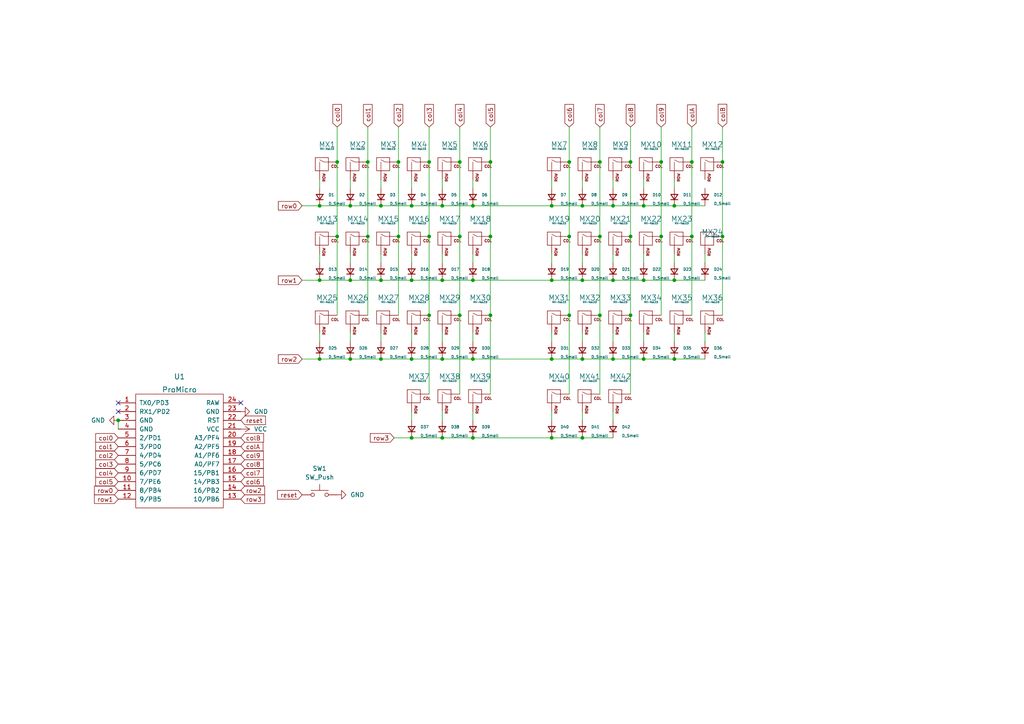
<source format=kicad_sch>
(kicad_sch (version 20211123) (generator eeschema)
  (paper "A4")
  (lib_symbols
    (symbol "Device:D_Small" (pin_numbers hide) (pin_names (offset 0.254) hide)
      (property "Reference" "D" (at -1.27 2.032 0))
      (property "Value" "D_Small" (at -3.81 -2.032 0))
      (symbol "D_Small_0_1"
        (polyline (pts (xy -0.762 -1.016) (xy -0.762 1.016)) (stroke (width 0.254)))
        (polyline (pts (xy -0.762 0) (xy 0.762 0)))
        (polyline (pts (xy 0.762 -1.016) (xy -0.762 0) (xy 0.762 1.016) (xy 0.762 -1.016)) (stroke (width 0.254)))
      )
      (symbol "D_Small_1_1"
        (pin passive line (at -2.54 0 0) (length 1.778) (name "K") (number "1"))
        (pin passive line (at 2.54 0 180) (length 1.778) (name "A") (number "2"))
      )
    )
    (symbol "MX_Alps_Hybrid:MX-NoLED" (pin_names (offset 1.016))
      (property "Reference" "MX" (at -0.635 3.81 0))
      (property "Value" "MX-NoLED" (at -0.635 1.27 0))
      (symbol "MX-NoLED_0_0"
        (rectangle (start -2.54 2.54) (end 1.27 -1.27))
        (polyline (pts (xy -1.27 -1.27) (xy -1.27 1.27)) (stroke (width 0.127)))
        (polyline (pts (xy 1.27 1.27) (xy 0 1.27) (xy -1.27 1.905)) (stroke (width 0.127)))
        (text "COL" (at 3.175 0 0) (effects (font (size 0.762 0.762))))
        (text "ROW" (at 0 -1.905 900) (effects (font (size 0.762 0.762)) (justify right)))
      )
      (symbol "MX-NoLED_1_1"
        (pin passive line (at 3.81 1.27 180) (length 2.54) (name "COL") (number "1"))
        (pin passive line (at -1.27 -3.81 90) (length 2.54) (name "ROW") (number "2"))
      )
    )
    (symbol "Switch:SW_Push" (pin_numbers hide) (pin_names (offset 1.016) hide)
      (property "Reference" "SW" (at 1.27 2.54 0))
      (property "Value" "SW_Push" (at 0 -1.524 0))
      (symbol "SW_Push_0_1"
        (circle (center -2.032 0) (radius 0.508))
        (polyline (pts (xy 0 1.27) (xy 0 3.048)))
        (polyline (pts (xy 2.54 1.27) (xy -2.54 1.27)))
        (circle (center 2.032 0) (radius 0.508))
        (pin passive line (at -5.08 0 0) (length 2.54) (name "1") (number "1"))
        (pin passive line (at 5.08 0 180) (length 2.54) (name "2") (number "2"))
      )
    )
    (symbol "keebio:ProMicro" (pin_names (offset 1.016))
      (property "Reference" "U" (at 0 0 0))
      (property "Value" "ProMicro" (at 0 -19.05 0))
      (symbol "ProMicro_0_1"
        (rectangle (start -12.7 -16.51) (end 12.7 16.51))
      )
      (symbol "ProMicro_1_1"
        (pin input line (at -17.78 13.97 0) (length 5.08) (name "TX0/PD3") (number "1"))
        (pin input line (at -17.78 -8.89 0) (length 5.08) (name "7/PE6") (number "10"))
        (pin input line (at -17.78 -11.43 0) (length 5.08) (name "8/PB4") (number "11"))
        (pin input line (at -17.78 -13.97 0) (length 5.08) (name "9/PB5") (number "12"))
        (pin input line (at 17.78 -13.97 180) (length 5.08) (name "10/PB6") (number "13"))
        (pin input line (at 17.78 -11.43 180) (length 5.08) (name "16/PB2") (number "14"))
        (pin input line (at 17.78 -8.89 180) (length 5.08) (name "14/PB3") (number "15"))
        (pin input line (at 17.78 -6.35 180) (length 5.08) (name "15/PB1") (number "16"))
        (pin input line (at 17.78 -3.81 180) (length 5.08) (name "A0/PF7") (number "17"))
        (pin input line (at 17.78 -1.27 180) (length 5.08) (name "A1/PF6") (number "18"))
        (pin input line (at 17.78 1.27 180) (length 5.08) (name "A2/PF5") (number "19"))
        (pin input line (at -17.78 11.43 0) (length 5.08) (name "RX1/PD2") (number "2"))
        (pin input line (at 17.78 3.81 180) (length 5.08) (name "A3/PF4") (number "20"))
        (pin input line (at 17.78 6.35 180) (length 5.08) (name "VCC") (number "21"))
        (pin input line (at 17.78 8.89 180) (length 5.08) (name "RST") (number "22"))
        (pin input line (at 17.78 11.43 180) (length 5.08) (name "GND") (number "23"))
        (pin input line (at 17.78 13.97 180) (length 5.08) (name "RAW") (number "24"))
        (pin input line (at -17.78 8.89 0) (length 5.08) (name "GND") (number "3"))
        (pin input line (at -17.78 6.35 0) (length 5.08) (name "GND") (number "4"))
        (pin input line (at -17.78 3.81 0) (length 5.08) (name "2/PD1") (number "5"))
        (pin input line (at -17.78 1.27 0) (length 5.08) (name "3/PD0") (number "6"))
        (pin input line (at -17.78 -1.27 0) (length 5.08) (name "4/PD4") (number "7"))
        (pin input line (at -17.78 -3.81 0) (length 5.08) (name "5/PC6") (number "8"))
        (pin input line (at -17.78 -6.35 0) (length 5.08) (name "6/PD7") (number "9"))
      )
    )
    (symbol "power:GND" (power) (pin_names (offset 0))
      (property "Value" "GND" (at 0 -3.81 0))
      (symbol "GND_0_1"
        (polyline (pts (xy 0 0) (xy 0 -1.27) (xy 1.27 -1.27) (xy 0 -2.54) (xy -1.27 -1.27) (xy 0 -1.27)))
      )
      (symbol "GND_1_1"
        (pin power_in line (at 0 0 270) (length 0) hide (name "GND") (number "1"))
      )
    )
    (symbol "power:VCC" (power) (pin_names (offset 0))
      (property "Value" "VCC" (at 0 3.81 0))
      (symbol "VCC_0_1"
        (polyline (pts (xy -0.762 1.27) (xy 0 2.54)))
        (polyline (pts (xy 0 0) (xy 0 2.54)))
        (polyline (pts (xy 0 2.54) (xy 0.762 1.27)))
      )
      (symbol "VCC_1_1"
        (pin power_in line (at 0 0 90) (length 0) hide (name "VCC") (number "1"))
      )
    )
  )
  (junction (at 124.46 91.44))
  (junction (at 137.16 59.69))
  (junction (at 119.38 59.69))
  (junction (at 168.91 127))
  (junction (at 92.71 59.69))
  (junction (at 182.88 91.44))
  (junction (at 195.58 59.69))
  (junction (at 128.27 59.69))
  (junction (at 165.1 91.44))
  (junction (at 97.79 68.58))
  (junction (at 160.02 127))
  (junction (at 186.69 59.69))
  (junction (at 186.69 81.28))
  (junction (at 128.27 81.28))
  (junction (at 186.69 104.14))
  (junction (at 137.16 104.14))
  (junction (at 168.91 81.28))
  (junction (at 142.24 91.44))
  (junction (at 177.8 104.14))
  (junction (at 97.79 46.99))
  (junction (at 128.27 104.14))
  (junction (at 124.46 46.99))
  (junction (at 200.66 68.58))
  (junction (at 173.99 46.99))
  (junction (at 182.88 68.58))
  (junction (at 195.58 81.28))
  (junction (at 119.38 81.28))
  (junction (at 168.91 104.14))
  (junction (at 142.24 68.58))
  (junction (at 133.35 91.44))
  (junction (at 209.55 68.58))
  (junction (at 160.02 81.28))
  (junction (at 142.24 46.99))
  (junction (at 106.68 46.99))
  (junction (at 124.46 68.58))
  (junction (at 191.77 46.99))
  (junction (at 101.6 81.28))
  (junction (at 133.35 68.58))
  (junction (at 110.49 81.28))
  (junction (at 119.38 127))
  (junction (at 115.57 68.58))
  (junction (at 128.27 127))
  (junction (at 209.55 46.99))
  (junction (at 101.6 104.14))
  (junction (at 165.1 68.58))
  (junction (at 191.77 68.58))
  (junction (at 173.99 91.44))
  (junction (at 110.49 59.69))
  (junction (at 165.1 46.99))
  (junction (at 115.57 46.99))
  (junction (at 160.02 59.69))
  (junction (at 34.29 121.92))
  (junction (at 133.35 46.99))
  (junction (at 92.71 81.28))
  (junction (at 195.58 104.14))
  (junction (at 200.66 46.99))
  (junction (at 110.49 104.14))
  (junction (at 160.02 104.14))
  (junction (at 182.88 46.99))
  (junction (at 177.8 59.69))
  (junction (at 137.16 81.28))
  (junction (at 101.6 59.69))
  (junction (at 177.8 81.28))
  (junction (at 168.91 59.69))
  (junction (at 92.71 104.14))
  (junction (at 119.38 104.14))
  (junction (at 106.68 68.58))
  (junction (at 173.99 68.58))
  (junction (at 137.16 127))
  (no_connect (at 69.85 116.84))
  (no_connect (at 34.29 116.84))
  (no_connect (at 34.29 119.38))
  (wire (pts (xy 182.88 36.83) (xy 182.88 46.99)))
  (wire (pts (xy 173.99 91.44) (xy 173.99 114.3)))
  (wire (pts (xy 87.63 81.28) (xy 92.71 81.28)))
  (wire (pts (xy 137.16 127) (xy 160.02 127)))
  (wire (pts (xy 204.47 73.66) (xy 204.47 76.2)))
  (wire (pts (xy 97.79 68.58) (xy 97.79 91.44)))
  (wire (pts (xy 195.58 81.28) (xy 204.47 81.28)))
  (wire (pts (xy 209.55 46.99) (xy 209.55 68.58)))
  (wire (pts (xy 124.46 36.83) (xy 124.46 46.99)))
  (wire (pts (xy 92.71 73.66) (xy 92.71 76.2)))
  (wire (pts (xy 200.66 68.58) (xy 200.66 91.44)))
  (wire (pts (xy 119.38 119.38) (xy 119.38 121.92)))
  (wire (pts (xy 177.8 104.14) (xy 186.69 104.14)))
  (wire (pts (xy 160.02 73.66) (xy 160.02 76.2)))
  (wire (pts (xy 110.49 81.28) (xy 119.38 81.28)))
  (wire (pts (xy 200.66 36.83) (xy 200.66 46.99)))
  (wire (pts (xy 142.24 91.44) (xy 142.24 114.3)))
  (wire (pts (xy 128.27 52.07) (xy 128.27 54.61)))
  (wire (pts (xy 160.02 59.69) (xy 168.91 59.69)))
  (wire (pts (xy 110.49 104.14) (xy 119.38 104.14)))
  (wire (pts (xy 177.8 119.38) (xy 177.8 121.92)))
  (wire (pts (xy 128.27 96.52) (xy 128.27 99.06)))
  (wire (pts (xy 160.02 52.07) (xy 160.02 54.61)))
  (wire (pts (xy 128.27 73.66) (xy 128.27 76.2)))
  (wire (pts (xy 160.02 104.14) (xy 168.91 104.14)))
  (wire (pts (xy 124.46 68.58) (xy 124.46 91.44)))
  (wire (pts (xy 200.66 46.99) (xy 200.66 68.58)))
  (wire (pts (xy 195.58 59.69) (xy 204.47 59.69)))
  (wire (pts (xy 177.8 59.69) (xy 186.69 59.69)))
  (wire (pts (xy 173.99 36.83) (xy 173.99 46.99)))
  (wire (pts (xy 186.69 59.69) (xy 195.58 59.69)))
  (wire (pts (xy 124.46 46.99) (xy 124.46 68.58)))
  (wire (pts (xy 128.27 81.28) (xy 137.16 81.28)))
  (wire (pts (xy 168.91 119.38) (xy 168.91 121.92)))
  (wire (pts (xy 114.3 127) (xy 119.38 127)))
  (wire (pts (xy 106.68 68.58) (xy 106.68 91.44)))
  (wire (pts (xy 173.99 68.58) (xy 173.99 91.44)))
  (wire (pts (xy 186.69 81.28) (xy 195.58 81.28)))
  (wire (pts (xy 124.46 91.44) (xy 124.46 114.3)))
  (wire (pts (xy 87.63 59.69) (xy 92.71 59.69)))
  (wire (pts (xy 128.27 119.38) (xy 128.27 121.92)))
  (wire (pts (xy 137.16 52.07) (xy 137.16 54.61)))
  (wire (pts (xy 133.35 91.44) (xy 133.35 114.3)))
  (wire (pts (xy 182.88 68.58) (xy 182.88 91.44)))
  (wire (pts (xy 186.69 96.52) (xy 186.69 99.06)))
  (wire (pts (xy 87.63 104.14) (xy 92.71 104.14)))
  (wire (pts (xy 165.1 36.83) (xy 165.1 46.99)))
  (wire (pts (xy 186.69 104.14) (xy 195.58 104.14)))
  (wire (pts (xy 142.24 46.99) (xy 142.24 68.58)))
  (wire (pts (xy 92.71 96.52) (xy 92.71 99.06)))
  (wire (pts (xy 101.6 96.52) (xy 101.6 99.06)))
  (wire (pts (xy 137.16 119.38) (xy 137.16 121.92)))
  (wire (pts (xy 34.29 121.92) (xy 34.29 124.46)))
  (wire (pts (xy 137.16 81.28) (xy 160.02 81.28)))
  (wire (pts (xy 191.77 46.99) (xy 191.77 68.58)))
  (wire (pts (xy 128.27 59.69) (xy 137.16 59.69)))
  (wire (pts (xy 101.6 73.66) (xy 101.6 76.2)))
  (wire (pts (xy 92.71 59.69) (xy 101.6 59.69)))
  (wire (pts (xy 177.8 73.66) (xy 177.8 76.2)))
  (wire (pts (xy 137.16 73.66) (xy 137.16 76.2)))
  (wire (pts (xy 160.02 119.38) (xy 160.02 121.92)))
  (wire (pts (xy 97.79 46.99) (xy 97.79 68.58)))
  (wire (pts (xy 195.58 73.66) (xy 195.58 76.2)))
  (wire (pts (xy 119.38 52.07) (xy 119.38 54.61)))
  (wire (pts (xy 191.77 68.58) (xy 191.77 91.44)))
  (wire (pts (xy 168.91 59.69) (xy 177.8 59.69)))
  (wire (pts (xy 128.27 104.14) (xy 137.16 104.14)))
  (wire (pts (xy 133.35 68.58) (xy 133.35 91.44)))
  (wire (pts (xy 133.35 36.83) (xy 133.35 46.99)))
  (wire (pts (xy 209.55 36.83) (xy 209.55 46.99)))
  (wire (pts (xy 165.1 91.44) (xy 165.1 114.3)))
  (wire (pts (xy 110.49 96.52) (xy 110.49 99.06)))
  (wire (pts (xy 137.16 104.14) (xy 160.02 104.14)))
  (wire (pts (xy 204.47 96.52) (xy 204.47 99.06)))
  (wire (pts (xy 115.57 36.83) (xy 115.57 46.99)))
  (wire (pts (xy 110.49 52.07) (xy 110.49 54.61)))
  (wire (pts (xy 137.16 59.69) (xy 160.02 59.69)))
  (wire (pts (xy 195.58 52.07) (xy 195.58 54.61)))
  (wire (pts (xy 92.71 104.14) (xy 101.6 104.14)))
  (wire (pts (xy 119.38 59.69) (xy 128.27 59.69)))
  (wire (pts (xy 186.69 73.66) (xy 186.69 76.2)))
  (wire (pts (xy 101.6 52.07) (xy 101.6 54.61)))
  (wire (pts (xy 168.91 127) (xy 177.8 127)))
  (wire (pts (xy 110.49 59.69) (xy 119.38 59.69)))
  (wire (pts (xy 165.1 46.99) (xy 165.1 68.58)))
  (wire (pts (xy 128.27 127) (xy 137.16 127)))
  (wire (pts (xy 168.91 104.14) (xy 177.8 104.14)))
  (wire (pts (xy 160.02 81.28) (xy 168.91 81.28)))
  (wire (pts (xy 133.35 46.99) (xy 133.35 68.58)))
  (wire (pts (xy 168.91 52.07) (xy 168.91 54.61)))
  (wire (pts (xy 182.88 91.44) (xy 182.88 114.3)))
  (wire (pts (xy 110.49 73.66) (xy 110.49 76.2)))
  (wire (pts (xy 119.38 127) (xy 128.27 127)))
  (wire (pts (xy 119.38 104.14) (xy 128.27 104.14)))
  (wire (pts (xy 115.57 46.99) (xy 115.57 68.58)))
  (wire (pts (xy 92.71 81.28) (xy 101.6 81.28)))
  (wire (pts (xy 182.88 46.99) (xy 182.88 68.58)))
  (wire (pts (xy 168.91 73.66) (xy 168.91 76.2)))
  (wire (pts (xy 177.8 96.52) (xy 177.8 99.06)))
  (wire (pts (xy 173.99 46.99) (xy 173.99 68.58)))
  (wire (pts (xy 177.8 81.28) (xy 186.69 81.28)))
  (wire (pts (xy 101.6 81.28) (xy 110.49 81.28)))
  (wire (pts (xy 115.57 68.58) (xy 115.57 91.44)))
  (wire (pts (xy 160.02 127) (xy 168.91 127)))
  (wire (pts (xy 106.68 36.83) (xy 106.68 46.99)))
  (wire (pts (xy 195.58 104.14) (xy 204.47 104.14)))
  (wire (pts (xy 160.02 96.52) (xy 160.02 99.06)))
  (wire (pts (xy 165.1 68.58) (xy 165.1 91.44)))
  (wire (pts (xy 191.77 36.83) (xy 191.77 46.99)))
  (wire (pts (xy 168.91 96.52) (xy 168.91 99.06)))
  (wire (pts (xy 106.68 46.99) (xy 106.68 68.58)))
  (wire (pts (xy 142.24 68.58) (xy 142.24 91.44)))
  (wire (pts (xy 92.71 52.07) (xy 92.71 54.61)))
  (wire (pts (xy 142.24 36.83) (xy 142.24 46.99)))
  (wire (pts (xy 119.38 73.66) (xy 119.38 76.2)))
  (wire (pts (xy 101.6 59.69) (xy 110.49 59.69)))
  (wire (pts (xy 137.16 96.52) (xy 137.16 99.06)))
  (wire (pts (xy 101.6 104.14) (xy 110.49 104.14)))
  (wire (pts (xy 168.91 81.28) (xy 177.8 81.28)))
  (wire (pts (xy 119.38 96.52) (xy 119.38 99.06)))
  (wire (pts (xy 195.58 96.52) (xy 195.58 99.06)))
  (wire (pts (xy 209.55 68.58) (xy 209.55 91.44)))
  (wire (pts (xy 186.69 52.07) (xy 186.69 54.61)))
  (wire (pts (xy 119.38 81.28) (xy 128.27 81.28)))
  (wire (pts (xy 177.8 52.07) (xy 177.8 54.61)))
  (wire (pts (xy 97.79 36.83) (xy 97.79 46.99)))
  (global_label "col9" (shape input) (at 191.77 36.83 90) (property "Intersheet References" "${INTERSHEET_REFS}" (effects hide)))
  (global_label "col8" (shape input) (at 69.85 134.62 0) (property "Intersheet References" "${INTERSHEET_REFS}" (effects hide)))
  (global_label "reset" (shape input) (at 87.63 143.51 180) (property "Intersheet References" "${INTERSHEET_REFS}" (effects hide)))
  (global_label "row2" (shape input) (at 87.63 104.14 180) (property "Intersheet References" "${INTERSHEET_REFS}" (effects hide)))
  (global_label "col7" (shape input) (at 69.85 137.16 0) (property "Intersheet References" "${INTERSHEET_REFS}" (effects hide)))
  (global_label "colB" (shape input) (at 69.85 127 0) (property "Intersheet References" "${INTERSHEET_REFS}" (effects hide)))
  (global_label "colA" (shape input) (at 69.85 129.54 0) (property "Intersheet References" "${INTERSHEET_REFS}" (effects hide)))
  (global_label "col4" (shape input) (at 34.29 137.16 180) (property "Intersheet References" "${INTERSHEET_REFS}" (effects hide)))
  (global_label "col1" (shape input) (at 106.68 36.83 90) (property "Intersheet References" "${INTERSHEET_REFS}" (effects hide)))
  (global_label "row2" (shape input) (at 69.85 142.24 0) (property "Intersheet References" "${INTERSHEET_REFS}" (effects hide)))
  (global_label "col2" (shape input) (at 115.57 36.83 90) (property "Intersheet References" "${INTERSHEET_REFS}" (effects hide)))
  (global_label "col0" (shape input) (at 97.79 36.83 90) (property "Intersheet References" "${INTERSHEET_REFS}" (effects hide)))
  (global_label "col3" (shape input) (at 34.29 134.62 180) (property "Intersheet References" "${INTERSHEET_REFS}" (effects hide)))
  (global_label "col5" (shape input) (at 142.24 36.83 90) (property "Intersheet References" "${INTERSHEET_REFS}" (effects hide)))
  (global_label "row0" (shape input) (at 34.29 142.24 180) (property "Intersheet References" "${INTERSHEET_REFS}" (effects hide)))
  (global_label "row0" (shape input) (at 87.63 59.69 180) (property "Intersheet References" "${INTERSHEET_REFS}" (effects hide)))
  (global_label "col2" (shape input) (at 34.29 132.08 180) (property "Intersheet References" "${INTERSHEET_REFS}" (effects hide)))
  (global_label "col5" (shape input) (at 34.29 139.7 180) (property "Intersheet References" "${INTERSHEET_REFS}" (effects hide)))
  (global_label "col8" (shape input) (at 182.88 36.83 90) (property "Intersheet References" "${INTERSHEET_REFS}" (effects hide)))
  (global_label "colB" (shape input) (at 209.55 36.83 90) (property "Intersheet References" "${INTERSHEET_REFS}" (effects hide)))
  (global_label "colA" (shape input) (at 200.66 36.83 90) (property "Intersheet References" "${INTERSHEET_REFS}" (effects hide)))
  (global_label "row1" (shape input) (at 87.63 81.28 180) (property "Intersheet References" "${INTERSHEET_REFS}" (effects hide)))
  (global_label "row1" (shape input) (at 34.29 144.78 180) (property "Intersheet References" "${INTERSHEET_REFS}" (effects hide)))
  (global_label "col0" (shape input) (at 34.29 127 180) (property "Intersheet References" "${INTERSHEET_REFS}" (effects hide)))
  (global_label "col6" (shape input) (at 165.1 36.83 90) (property "Intersheet References" "${INTERSHEET_REFS}" (effects hide)))
  (global_label "col3" (shape input) (at 124.46 36.83 90) (property "Intersheet References" "${INTERSHEET_REFS}" (effects hide)))
  (global_label "row3" (shape input) (at 69.85 144.78 0) (property "Intersheet References" "${INTERSHEET_REFS}" (effects hide)))
  (global_label "row3" (shape input) (at 114.3 127 180) (property "Intersheet References" "${INTERSHEET_REFS}" (effects hide)))
  (global_label "col4" (shape input) (at 133.35 36.83 90) (property "Intersheet References" "${INTERSHEET_REFS}" (effects hide)))
  (global_label "reset" (shape input) (at 69.85 121.92 0) (property "Intersheet References" "${INTERSHEET_REFS}" (effects hide)))
  (global_label "col9" (shape input) (at 69.85 132.08 0) (property "Intersheet References" "${INTERSHEET_REFS}" (effects hide)))
  (global_label "col7" (shape input) (at 173.99 36.83 90) (property "Intersheet References" "${INTERSHEET_REFS}" (effects hide)))
  (global_label "col6" (shape input) (at 69.85 139.7 0) (property "Intersheet References" "${INTERSHEET_REFS}" (effects hide)))
  (global_label "col1" (shape input) (at 34.29 129.54 180) (property "Intersheet References" "${INTERSHEET_REFS}" (effects hide)))
  (symbol (lib_id "MX_Alps_Hybrid:MX-NoLED") (at 120.65 48.26 0) (unit 1)
    (property "Reference" "MX4" (at 121.5356 41.91 0) (effects (font (size 1.524 1.524))))
    (property "Value" "MX-NoLED" (at 121.5356 43.18 0) (effects (font (size 0.508 0.508))))
  )
  (symbol (lib_id "Device:D_Small") (at 128.27 57.15 90) (unit 1)
    (property "Reference" "D5" (at 130.81 56.515 90) (effects (font (size 0.8 0.8)) (justify right)))
    (property "Value" "D_Small" (at 130.81 59.055 90) (effects (font (size 0.8 0.8)) (justify right)))
  )
  (symbol (lib_id "MX_Alps_Hybrid:MX-NoLED") (at 129.54 69.85 0) (unit 1)
    (property "Reference" "MX17" (at 130.4256 63.5 0) (effects (font (size 1.524 1.524))))
    (property "Value" "MX-NoLED" (at 130.4256 64.77 0) (effects (font (size 0.508 0.508))))
  )
  (symbol (lib_id "MX_Alps_Hybrid:MX-NoLED") (at 129.54 48.26 0) (unit 1)
    (property "Reference" "MX5" (at 130.4256 41.91 0) (effects (font (size 1.524 1.524))))
    (property "Value" "MX-NoLED" (at 130.4256 43.18 0) (effects (font (size 0.508 0.508))))
  )
  (symbol (lib_id "MX_Alps_Hybrid:MX-NoLED") (at 138.43 48.26 0) (unit 1)
    (property "Reference" "MX6" (at 139.3156 41.91 0) (effects (font (size 1.524 1.524))))
    (property "Value" "MX-NoLED" (at 139.3156 43.18 0) (effects (font (size 0.508 0.508))))
  )
  (symbol (lib_id "power:GND") (at 34.29 121.92 270) (unit 1)
    (property "Reference" "#PWR0101" (effects hide))
    (property "Value" "GND" (at 30.48 121.9199 90) (effects (justify right)))
  )
  (symbol (lib_id "MX_Alps_Hybrid:MX-NoLED") (at 102.87 69.85 0) (unit 1)
    (property "Reference" "MX14" (at 103.7556 63.5 0) (effects (font (size 1.524 1.524))))
    (property "Value" "MX-NoLED" (at 103.7556 64.77 0) (effects (font (size 0.508 0.508))))
  )
  (symbol (lib_id "Device:D_Small") (at 160.02 78.74 90) (unit 1)
    (property "Reference" "D19" (at 162.56 78.105 90) (effects (font (size 0.8 0.8)) (justify right)))
    (property "Value" "D_Small" (at 162.56 80.645 90) (effects (font (size 0.8 0.8)) (justify right)))
  )
  (symbol (lib_id "MX_Alps_Hybrid:MX-NoLED") (at 170.18 48.26 0) (unit 1)
    (property "Reference" "MX8" (at 171.0656 41.91 0) (effects (font (size 1.524 1.524))))
    (property "Value" "MX-NoLED" (at 171.0656 43.18 0) (effects (font (size 0.508 0.508))))
  )
  (symbol (lib_id "keebio:ProMicro") (at 52.07 130.81 0) (unit 1)
    (property "Reference" "U1" (at 52.07 109.22 0) (effects (font (size 1.524 1.524))))
    (property "Value" "ProMicro" (at 52.07 113.03 0) (effects (font (size 1.524 1.524))))
  )
  (symbol (lib_id "Device:D_Small") (at 128.27 124.46 90) (unit 1)
    (property "Reference" "D38" (at 130.81 123.825 90) (effects (font (size 0.8 0.8)) (justify right)))
    (property "Value" "D_Small" (at 130.81 126.365 90) (effects (font (size 0.8 0.8)) (justify right)))
  )
  (symbol (lib_id "Device:D_Small") (at 119.38 124.46 90) (unit 1)
    (property "Reference" "D37" (at 121.92 123.825 90) (effects (font (size 0.8 0.8)) (justify right)))
    (property "Value" "D_Small" (at 121.92 126.365 90) (effects (font (size 0.8 0.8)) (justify right)))
  )
  (symbol (lib_id "MX_Alps_Hybrid:MX-NoLED") (at 196.85 48.26 0) (unit 1)
    (property "Reference" "MX11" (at 197.7356 41.91 0) (effects (font (size 1.524 1.524))))
    (property "Value" "MX-NoLED" (at 197.7356 43.18 0) (effects (font (size 0.508 0.508))))
  )
  (symbol (lib_id "MX_Alps_Hybrid:MX-NoLED") (at 93.98 92.71 0) (unit 1)
    (property "Reference" "MX25" (at 94.8656 86.36 0) (effects (font (size 1.524 1.524))))
    (property "Value" "MX-NoLED" (at 94.8656 87.63 0) (effects (font (size 0.508 0.508))))
  )
  (symbol (lib_id "Device:D_Small") (at 137.16 101.6 90) (unit 1)
    (property "Reference" "D30" (at 139.7 100.965 90) (effects (font (size 0.8 0.8)) (justify right)))
    (property "Value" "D_Small" (at 139.7 103.505 90) (effects (font (size 0.8 0.8)) (justify right)))
  )
  (symbol (lib_id "Device:D_Small") (at 101.6 78.74 90) (unit 1)
    (property "Reference" "D14" (at 104.14 78.105 90) (effects (font (size 0.8 0.8)) (justify right)))
    (property "Value" "D_Small" (at 104.14 80.645 90) (effects (font (size 0.8 0.8)) (justify right)))
  )
  (symbol (lib_id "MX_Alps_Hybrid:MX-NoLED") (at 120.65 69.85 0) (unit 1)
    (property "Reference" "MX16" (at 121.5356 63.5 0) (effects (font (size 1.524 1.524))))
    (property "Value" "MX-NoLED" (at 121.5356 64.77 0) (effects (font (size 0.508 0.508))))
  )
  (symbol (lib_id "Device:D_Small") (at 92.71 78.74 90) (unit 1)
    (property "Reference" "D13" (at 95.25 78.105 90) (effects (font (size 0.8 0.8)) (justify right)))
    (property "Value" "D_Small" (at 95.25 80.645 90) (effects (font (size 0.8 0.8)) (justify right)))
  )
  (symbol (lib_id "MX_Alps_Hybrid:MX-NoLED") (at 129.54 92.71 0) (unit 1)
    (property "Reference" "MX29" (at 130.4256 86.36 0) (effects (font (size 1.524 1.524))))
    (property "Value" "MX-NoLED" (at 130.4256 87.63 0) (effects (font (size 0.508 0.508))))
  )
  (symbol (lib_id "Device:D_Small") (at 110.49 78.74 90) (unit 1)
    (property "Reference" "D15" (at 113.03 78.105 90) (effects (font (size 0.8 0.8)) (justify right)))
    (property "Value" "D_Small" (at 113.03 80.645 90) (effects (font (size 0.8 0.8)) (justify right)))
  )
  (symbol (lib_id "MX_Alps_Hybrid:MX-NoLED") (at 129.54 115.57 0) (unit 1)
    (property "Reference" "MX38" (at 130.4256 109.22 0) (effects (font (size 1.524 1.524))))
    (property "Value" "MX-NoLED" (at 130.4256 110.49 0) (effects (font (size 0.508 0.508))))
  )
  (symbol (lib_id "Device:D_Small") (at 204.47 101.6 90) (unit 1)
    (property "Reference" "D36" (at 207.01 100.965 90) (effects (font (size 0.8 0.8)) (justify right)))
    (property "Value" "D_Small" (at 207.01 103.505 90) (effects (font (size 0.8 0.8)) (justify right)))
  )
  (symbol (lib_id "Device:D_Small") (at 137.16 78.74 90) (unit 1)
    (property "Reference" "D18" (at 139.7 78.105 90) (effects (font (size 0.8 0.8)) (justify right)))
    (property "Value" "D_Small" (at 139.7 80.645 90) (effects (font (size 0.8 0.8)) (justify right)))
  )
  (symbol (lib_id "MX_Alps_Hybrid:MX-NoLED") (at 161.29 115.57 0) (unit 1)
    (property "Reference" "MX40" (at 162.1756 109.22 0) (effects (font (size 1.524 1.524))))
    (property "Value" "MX-NoLED" (at 162.1756 110.49 0) (effects (font (size 0.508 0.508))))
  )
  (symbol (lib_id "power:GND") (at 69.85 119.38 90) (unit 1)
    (property "Reference" "#PWR0102" (effects hide))
    (property "Value" "GND" (at 73.66 119.3799 90) (effects (justify right)))
  )
  (symbol (lib_id "Device:D_Small") (at 160.02 101.6 90) (unit 1)
    (property "Reference" "D31" (at 162.56 100.965 90) (effects (font (size 0.8 0.8)) (justify right)))
    (property "Value" "D_Small" (at 162.56 103.505 90) (effects (font (size 0.8 0.8)) (justify right)))
  )
  (symbol (lib_id "Device:D_Small") (at 110.49 57.15 90) (unit 1)
    (property "Reference" "D3" (at 113.03 56.515 90) (effects (font (size 0.8 0.8)) (justify right)))
    (property "Value" "D_Small" (at 113.03 59.055 90) (effects (font (size 0.8 0.8)) (justify right)))
  )
  (symbol (lib_id "Device:D_Small") (at 137.16 124.46 90) (unit 1)
    (property "Reference" "D39" (at 139.7 123.825 90) (effects (font (size 0.8 0.8)) (justify right)))
    (property "Value" "D_Small" (at 139.7 126.365 90) (effects (font (size 0.8 0.8)) (justify right)))
  )
  (symbol (lib_id "MX_Alps_Hybrid:MX-NoLED") (at 111.76 48.26 0) (unit 1)
    (property "Reference" "MX3" (at 112.6456 41.91 0) (effects (font (size 1.524 1.524))))
    (property "Value" "MX-NoLED" (at 112.6456 43.18 0) (effects (font (size 0.508 0.508))))
  )
  (symbol (lib_id "MX_Alps_Hybrid:MX-NoLED") (at 161.29 48.26 0) (unit 1)
    (property "Reference" "MX7" (at 162.1756 41.91 0) (effects (font (size 1.524 1.524))))
    (property "Value" "MX-NoLED" (at 162.1756 43.18 0) (effects (font (size 0.508 0.508))))
  )
  (symbol (lib_id "Device:D_Small") (at 101.6 101.6 90) (unit 1)
    (property "Reference" "D26" (at 104.14 100.965 90) (effects (font (size 0.8 0.8)) (justify right)))
    (property "Value" "D_Small" (at 104.14 103.505 90) (effects (font (size 0.8 0.8)) (justify right)))
  )
  (symbol (lib_id "Device:D_Small") (at 128.27 101.6 90) (unit 1)
    (property "Reference" "D29" (at 130.81 100.965 90) (effects (font (size 0.8 0.8)) (justify right)))
    (property "Value" "D_Small" (at 130.81 103.505 90) (effects (font (size 0.8 0.8)) (justify right)))
  )
  (symbol (lib_id "Switch:SW_Push") (at 92.71 143.51 0) (unit 1)
    (property "Reference" "SW1" (at 92.71 135.89 0))
    (property "Value" "SW_Push" (at 92.71 138.43 0))
  )
  (symbol (lib_id "Device:D_Small") (at 177.8 101.6 90) (unit 1)
    (property "Reference" "D33" (at 180.34 100.965 90) (effects (font (size 0.8 0.8)) (justify right)))
    (property "Value" "D_Small" (at 180.34 103.505 90) (effects (font (size 0.8 0.8)) (justify right)))
  )
  (symbol (lib_id "Device:D_Small") (at 195.58 57.15 90) (unit 1)
    (property "Reference" "D11" (at 198.12 56.515 90) (effects (font (size 0.8 0.8)) (justify right)))
    (property "Value" "D_Small" (at 198.12 59.055 90) (effects (font (size 0.8 0.8)) (justify right)))
  )
  (symbol (lib_id "MX_Alps_Hybrid:MX-NoLED") (at 187.96 92.71 0) (unit 1)
    (property "Reference" "MX34" (at 188.8456 86.36 0) (effects (font (size 1.524 1.524))))
    (property "Value" "MX-NoLED" (at 188.8456 87.63 0) (effects (font (size 0.508 0.508))))
  )
  (symbol (lib_id "MX_Alps_Hybrid:MX-NoLED") (at 179.07 69.85 0) (unit 1)
    (property "Reference" "MX21" (at 179.9556 63.5 0) (effects (font (size 1.524 1.524))))
    (property "Value" "MX-NoLED" (at 179.9556 64.77 0) (effects (font (size 0.508 0.508))))
  )
  (symbol (lib_id "Device:D_Small") (at 177.8 78.74 90) (unit 1)
    (property "Reference" "D21" (at 180.34 78.105 90) (effects (font (size 0.8 0.8)) (justify right)))
    (property "Value" "D_Small" (at 180.34 80.645 90) (effects (font (size 0.8 0.8)) (justify right)))
  )
  (symbol (lib_id "Device:D_Small") (at 177.8 57.15 90) (unit 1)
    (property "Reference" "D9" (at 180.34 56.515 90) (effects (font (size 0.8 0.8)) (justify right)))
    (property "Value" "D_Small" (at 180.34 59.055 90) (effects (font (size 0.8 0.8)) (justify right)))
  )
  (symbol (lib_id "Device:D_Small") (at 168.91 57.15 90) (unit 1)
    (property "Reference" "D8" (at 171.45 56.515 90) (effects (font (size 0.8 0.8)) (justify right)))
    (property "Value" "D_Small" (at 171.45 59.055 90) (effects (font (size 0.8 0.8)) (justify right)))
  )
  (symbol (lib_id "MX_Alps_Hybrid:MX-NoLED") (at 93.98 48.26 0) (unit 1)
    (property "Reference" "MX1" (at 94.8656 41.91 0) (effects (font (size 1.524 1.524))))
    (property "Value" "MX-NoLED" (at 94.8656 43.18 0) (effects (font (size 0.508 0.508))))
  )
  (symbol (lib_id "MX_Alps_Hybrid:MX-NoLED") (at 138.43 115.57 0) (unit 1)
    (property "Reference" "MX39" (at 139.3156 109.22 0) (effects (font (size 1.524 1.524))))
    (property "Value" "MX-NoLED" (at 139.3156 110.49 0) (effects (font (size 0.508 0.508))))
  )
  (symbol (lib_id "power:VCC") (at 69.85 124.46 270) (unit 1)
    (property "Reference" "#PWR0103" (effects hide))
    (property "Value" "VCC" (at 73.66 124.4599 90) (effects (justify left)))
  )
  (symbol (lib_id "MX_Alps_Hybrid:MX-NoLED") (at 205.74 92.71 0) (unit 1)
    (property "Reference" "MX36" (at 206.6256 86.36 0) (effects (font (size 1.524 1.524))))
    (property "Value" "MX-NoLED" (at 206.6256 87.63 0) (effects (font (size 0.508 0.508))))
  )
  (symbol (lib_id "Device:D_Small") (at 110.49 101.6 90) (unit 1)
    (property "Reference" "D27" (at 113.03 100.965 90) (effects (font (size 0.8 0.8)) (justify right)))
    (property "Value" "D_Small" (at 113.03 103.505 90) (effects (font (size 0.8 0.8)) (justify right)))
  )
  (symbol (lib_id "MX_Alps_Hybrid:MX-NoLED") (at 120.65 92.71 0) (unit 1)
    (property "Reference" "MX28" (at 121.5356 86.36 0) (effects (font (size 1.524 1.524))))
    (property "Value" "MX-NoLED" (at 121.5356 87.63 0) (effects (font (size 0.508 0.508))))
  )
  (symbol (lib_id "MX_Alps_Hybrid:MX-NoLED") (at 161.29 92.71 0) (unit 1)
    (property "Reference" "MX31" (at 162.1756 86.36 0) (effects (font (size 1.524 1.524))))
    (property "Value" "MX-NoLED" (at 162.1756 87.63 0) (effects (font (size 0.508 0.508))))
  )
  (symbol (lib_id "Device:D_Small") (at 119.38 78.74 90) (unit 1)
    (property "Reference" "D16" (at 121.92 78.105 90) (effects (font (size 0.8 0.8)) (justify right)))
    (property "Value" "D_Small" (at 121.92 80.645 90) (effects (font (size 0.8 0.8)) (justify right)))
  )
  (symbol (lib_id "power:GND") (at 97.79 143.51 90) (unit 1)
    (property "Reference" "#PWR0104" (effects hide))
    (property "Value" "GND" (at 101.6 143.5099 90) (effects (justify right)))
  )
  (symbol (lib_id "MX_Alps_Hybrid:MX-NoLED") (at 138.43 69.85 0) (unit 1)
    (property "Reference" "MX18" (at 139.3156 63.5 0) (effects (font (size 1.524 1.524))))
    (property "Value" "MX-NoLED" (at 139.3156 64.77 0) (effects (font (size 0.508 0.508))))
  )
  (symbol (lib_id "MX_Alps_Hybrid:MX-NoLED") (at 179.07 48.26 0) (unit 1)
    (property "Reference" "MX9" (at 179.9556 41.91 0) (effects (font (size 1.524 1.524))))
    (property "Value" "MX-NoLED" (at 179.9556 43.18 0) (effects (font (size 0.508 0.508))))
  )
  (symbol (lib_id "Device:D_Small") (at 160.02 57.15 90) (unit 1)
    (property "Reference" "D7" (at 162.56 56.515 90) (effects (font (size 0.8 0.8)) (justify right)))
    (property "Value" "D_Small" (at 162.56 59.055 90) (effects (font (size 0.8 0.8)) (justify right)))
  )
  (symbol (lib_id "Device:D_Small") (at 119.38 57.15 90) (unit 1)
    (property "Reference" "D4" (at 121.92 56.515 90) (effects (font (size 0.8 0.8)) (justify right)))
    (property "Value" "D_Small" (at 121.92 59.055 90) (effects (font (size 0.8 0.8)) (justify right)))
  )
  (symbol (lib_id "MX_Alps_Hybrid:MX-NoLED") (at 111.76 92.71 0) (unit 1)
    (property "Reference" "MX27" (at 112.6456 86.36 0) (effects (font (size 1.524 1.524))))
    (property "Value" "MX-NoLED" (at 112.6456 87.63 0) (effects (font (size 0.508 0.508))))
  )
  (symbol (lib_id "Device:D_Small") (at 186.69 101.6 90) (unit 1)
    (property "Reference" "D34" (at 189.23 100.965 90) (effects (font (size 0.8 0.8)) (justify right)))
    (property "Value" "D_Small" (at 189.23 103.505 90) (effects (font (size 0.8 0.8)) (justify right)))
  )
  (symbol (lib_id "MX_Alps_Hybrid:MX-NoLED") (at 170.18 92.71 0) (unit 1)
    (property "Reference" "MX32" (at 171.0656 86.36 0) (effects (font (size 1.524 1.524))))
    (property "Value" "MX-NoLED" (at 171.0656 87.63 0) (effects (font (size 0.508 0.508))))
  )
  (symbol (lib_id "Device:D_Small") (at 101.6 57.15 90) (unit 1)
    (property "Reference" "D2" (at 104.14 56.515 90) (effects (font (size 0.8 0.8)) (justify right)))
    (property "Value" "D_Small" (at 104.14 59.055 90) (effects (font (size 0.8 0.8)) (justify right)))
  )
  (symbol (lib_id "MX_Alps_Hybrid:MX-NoLED") (at 170.18 115.57 0) (unit 1)
    (property "Reference" "MX41" (at 171.0656 109.22 0) (effects (font (size 1.524 1.524))))
    (property "Value" "MX-NoLED" (at 171.0656 110.49 0) (effects (font (size 0.508 0.508))))
  )
  (symbol (lib_id "MX_Alps_Hybrid:MX-NoLED") (at 120.65 115.57 0) (unit 1)
    (property "Reference" "MX37" (at 121.5356 109.22 0) (effects (font (size 1.524 1.524))))
    (property "Value" "MX-NoLED" (at 121.5356 110.49 0) (effects (font (size 0.508 0.508))))
  )
  (symbol (lib_id "MX_Alps_Hybrid:MX-NoLED") (at 205.74 48.26 0) (unit 1)
    (property "Reference" "MX12" (at 206.6256 41.91 0) (effects (font (size 1.524 1.524))))
    (property "Value" "MX-NoLED" (at 206.6256 43.18 0) (effects (font (size 0.508 0.508))))
  )
  (symbol (lib_id "MX_Alps_Hybrid:MX-NoLED") (at 93.98 69.85 0) (unit 1)
    (property "Reference" "MX13" (at 94.8656 63.5 0) (effects (font (size 1.524 1.524))))
    (property "Value" "MX-NoLED" (at 94.8656 64.77 0) (effects (font (size 0.508 0.508))))
  )
  (symbol (lib_id "MX_Alps_Hybrid:MX-NoLED") (at 102.87 48.26 0) (unit 1)
    (property "Reference" "MX2" (at 103.7556 41.91 0) (effects (font (size 1.524 1.524))))
    (property "Value" "MX-NoLED" (at 103.7556 43.18 0) (effects (font (size 0.508 0.508))))
  )
  (symbol (lib_id "Device:D_Small") (at 195.58 101.6 90) (unit 1)
    (property "Reference" "D35" (at 198.12 100.965 90) (effects (font (size 0.8 0.8)) (justify right)))
    (property "Value" "D_Small" (at 198.12 103.505 90) (effects (font (size 0.8 0.8)) (justify right)))
  )
  (symbol (lib_id "Device:D_Small") (at 168.91 124.46 90) (unit 1)
    (property "Reference" "D41" (at 171.45 123.825 90) (effects (font (size 0.8 0.8)) (justify right)))
    (property "Value" "D_Small" (at 171.45 126.365 90) (effects (font (size 0.8 0.8)) (justify right)))
  )
  (symbol (lib_id "Device:D_Small") (at 186.69 57.15 90) (unit 1)
    (property "Reference" "D10" (at 189.23 56.515 90) (effects (font (size 0.8 0.8)) (justify right)))
    (property "Value" "D_Small" (at 189.23 59.055 90) (effects (font (size 0.8 0.8)) (justify right)))
  )
  (symbol (lib_id "MX_Alps_Hybrid:MX-NoLED") (at 111.76 69.85 0) (unit 1)
    (property "Reference" "MX15" (at 112.6456 63.5 0) (effects (font (size 1.524 1.524))))
    (property "Value" "MX-NoLED" (at 112.6456 64.77 0) (effects (font (size 0.508 0.508))))
  )
  (symbol (lib_id "Device:D_Small") (at 204.47 57.15 90) (unit 1)
    (property "Reference" "D12" (at 207.01 56.515 90) (effects (font (size 0.8 0.8)) (justify right)))
    (property "Value" "D_Small" (at 207.01 59.055 90) (effects (font (size 0.8 0.8)) (justify right)))
  )
  (symbol (lib_id "Device:D_Small") (at 128.27 78.74 90) (unit 1)
    (property "Reference" "D17" (at 130.81 78.105 90) (effects (font (size 0.8 0.8)) (justify right)))
    (property "Value" "D_Small" (at 130.81 80.645 90) (effects (font (size 0.8 0.8)) (justify right)))
  )
  (symbol (lib_id "Device:D_Small") (at 177.8 124.46 90) (unit 1)
    (property "Reference" "D42" (at 180.34 123.825 90) (effects (font (size 0.8 0.8)) (justify right)))
    (property "Value" "D_Small" (at 180.34 126.365 90) (effects (font (size 0.8 0.8)) (justify right)))
  )
  (symbol (lib_id "MX_Alps_Hybrid:MX-NoLED") (at 161.29 69.85 0) (unit 1)
    (property "Reference" "MX19" (at 162.1756 63.5 0) (effects (font (size 1.524 1.524))))
    (property "Value" "MX-NoLED" (at 162.1756 64.77 0) (effects (font (size 0.508 0.508))))
  )
  (symbol (lib_id "Device:D_Small") (at 204.47 78.74 90) (unit 1)
    (property "Reference" "D24" (at 207.01 78.105 90) (effects (font (size 0.8 0.8)) (justify right)))
    (property "Value" "D_Small" (at 207.01 80.645 90) (effects (font (size 0.8 0.8)) (justify right)))
  )
  (symbol (lib_id "Device:D_Small") (at 119.38 101.6 90) (unit 1)
    (property "Reference" "D28" (at 121.92 100.965 90) (effects (font (size 0.8 0.8)) (justify right)))
    (property "Value" "D_Small" (at 121.92 103.505 90) (effects (font (size 0.8 0.8)) (justify right)))
  )
  (symbol (lib_id "MX_Alps_Hybrid:MX-NoLED") (at 187.96 69.85 0) (unit 1)
    (property "Reference" "MX22" (at 188.8456 63.5 0) (effects (font (size 1.524 1.524))))
    (property "Value" "MX-NoLED" (at 188.8456 64.77 0) (effects (font (size 0.508 0.508))))
  )
  (symbol (lib_id "Device:D_Small") (at 92.71 101.6 90) (unit 1)
    (property "Reference" "D25" (at 95.25 100.965 90) (effects (font (size 0.8 0.8)) (justify right)))
    (property "Value" "D_Small" (at 95.25 103.505 90) (effects (font (size 0.8 0.8)) (justify right)))
  )
  (symbol (lib_id "MX_Alps_Hybrid:MX-NoLED") (at 196.85 92.71 0) (unit 1)
    (property "Reference" "MX35" (at 197.7356 86.36 0) (effects (font (size 1.524 1.524))))
    (property "Value" "MX-NoLED" (at 197.7356 87.63 0) (effects (font (size 0.508 0.508))))
  )
  (symbol (lib_id "MX_Alps_Hybrid:MX-NoLED") (at 196.85 69.85 0) (unit 1)
    (property "Reference" "MX23" (at 197.7356 63.5 0) (effects (font (size 1.524 1.524))))
    (property "Value" "MX-NoLED" (at 197.7356 64.77 0) (effects (font (size 0.508 0.508))))
  )
  (symbol (lib_id "MX_Alps_Hybrid:MX-NoLED") (at 138.43 92.71 0) (unit 1)
    (property "Reference" "MX30" (at 139.3156 86.36 0) (effects (font (size 1.524 1.524))))
    (property "Value" "MX-NoLED" (at 139.3156 87.63 0) (effects (font (size 0.508 0.508))))
  )
  (symbol (lib_id "Device:D_Small") (at 195.58 78.74 90) (unit 1)
    (property "Reference" "D23" (at 198.12 78.105 90) (effects (font (size 0.8 0.8)) (justify right)))
    (property "Value" "D_Small" (at 198.12 80.645 90) (effects (font (size 0.8 0.8)) (justify right)))
  )
  (symbol (lib_id "Device:D_Small") (at 168.91 78.74 90) (unit 1)
    (property "Reference" "D20" (at 171.45 78.105 90) (effects (font (size 0.8 0.8)) (justify right)))
    (property "Value" "D_Small" (at 171.45 80.645 90) (effects (font (size 0.8 0.8)) (justify right)))
  )
  (symbol (lib_id "MX_Alps_Hybrid:MX-NoLED") (at 187.96 48.26 0) (unit 1)
    (property "Reference" "MX10" (at 188.8456 41.91 0) (effects (font (size 1.524 1.524))))
    (property "Value" "MX-NoLED" (at 188.8456 43.18 0) (effects (font (size 0.508 0.508))))
  )
  (symbol (lib_id "MX_Alps_Hybrid:MX-NoLED") (at 102.87 92.71 0) (unit 1)
    (property "Reference" "MX26" (at 103.7556 86.36 0) (effects (font (size 1.524 1.524))))
    (property "Value" "MX-NoLED" (at 103.7556 87.63 0) (effects (font (size 0.508 0.508))))
  )
  (symbol (lib_id "MX_Alps_Hybrid:MX-NoLED") (at 179.07 115.57 0) (unit 1)
    (property "Reference" "MX42" (at 179.9556 109.22 0) (effects (font (size 1.524 1.524))))
    (property "Value" "MX-NoLED" (at 179.9556 110.49 0) (effects (font (size 0.508 0.508))))
  )
  (symbol (lib_id "MX_Alps_Hybrid:MX-NoLED") (at 179.07 92.71 0) (unit 1)
    (property "Reference" "MX33" (at 179.9556 86.36 0) (effects (font (size 1.524 1.524))))
    (property "Value" "MX-NoLED" (at 179.9556 87.63 0) (effects (font (size 0.508 0.508))))
  )
  (symbol (lib_id "Device:D_Small") (at 137.16 57.15 90) (unit 1)
    (property "Reference" "D6" (at 139.7 56.515 90) (effects (font (size 0.8 0.8)) (justify right)))
    (property "Value" "D_Small" (at 139.7 59.055 90) (effects (font (size 0.8 0.8)) (justify right)))
  )
  (symbol (lib_id "Device:D_Small") (at 168.91 101.6 90) (unit 1)
    (property "Reference" "D32" (at 171.45 100.965 90) (effects (font (size 0.8 0.8)) (justify right)))
    (property "Value" "D_Small" (at 171.45 103.505 90) (effects (font (size 0.8 0.8)) (justify right)))
  )
  (symbol (lib_id "MX_Alps_Hybrid:MX-NoLED") (at 170.18 69.85 0) (unit 1)
    (property "Reference" "MX20" (at 171.0656 63.5 0) (effects (font (size 1.524 1.524))))
    (property "Value" "MX-NoLED" (at 171.0656 64.77 0) (effects (font (size 0.508 0.508))))
  )
  (symbol (lib_id "Device:D_Small") (at 186.69 78.74 90) (unit 1)
    (property "Reference" "D22" (at 189.23 78.105 90) (effects (font (size 0.8 0.8)) (justify right)))
    (property "Value" "D_Small" (at 189.23 80.645 90) (effects (font (size 0.8 0.8)) (justify right)))
  )
  (symbol (lib_id "Device:D_Small") (at 92.71 57.15 90) (unit 1)
    (property "Reference" "D1" (at 95.25 56.515 90) (effects (font (size 0.8 0.8)) (justify right)))
    (property "Value" "D_Small" (at 95.25 59.055 90) (effects (font (size 0.8 0.8)) (justify right)))
  )
  (symbol (lib_id "MX_Alps_Hybrid:MX-NoLED") (at 205.74 69.85 0) (unit 1)
    (property "Reference" "MX24" (at 206.6256 67.31 0) (effects (font (size 1.524 1.524))))
    (property "Value" "MX-NoLED" (at 206.6256 68.58 0) (effects (font (size 0.508 0.508))))
  )
  (symbol (lib_id "Device:D_Small") (at 160.02 124.46 90) (unit 1)
    (property "Reference" "D40" (at 162.56 123.825 90) (effects (font (size 0.8 0.8)) (justify right)))
    (property "Value" "D_Small" (at 162.56 126.365 90) (effects (font (size 0.8 0.8)) (justify right)))
  )
)
</source>
